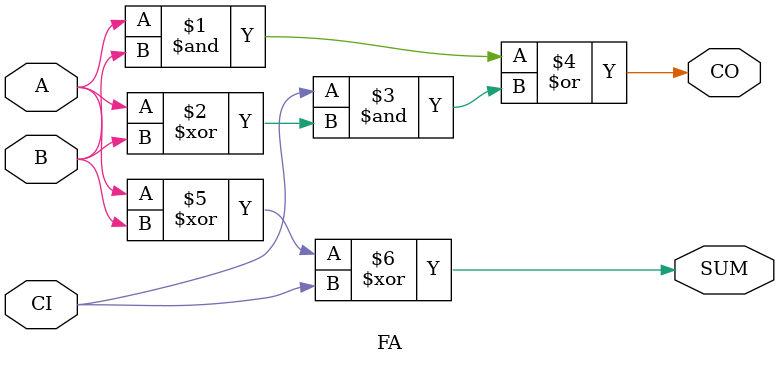
<source format=v>
`default_nettype none
`timescale 1ns / 1ps

module cla_adder(input wire [3:0] A, input wire [3:0] B, input wire CI, output wire CO, output wire [3:0] SUM);
    wire [3:0] propegated, generated;
    wire [3:0] carries;
    assign carries[0] = CI;
    
    //Carry Lookahead Logic
    assign propegated = A ^ B; 
    assign generated = A & B;
    
    assign carries[1] = generated[0] | (propegated[0] & carries[0]);
    assign carries[2] = generated[1] | (propegated[1] & carries[1]);
    assign carries[3] = generated[2] | (propegated[2] & carries[2]);
    assign CO = generated[3] | (propegated[3] & carries[3]);
    
    //Four full adders, using Carry array from CLA logic
    genvar i;
    generate 
        for (i = 0; i < 4; i = i + 1) begin
            FA a(.A(A[i]), .B(B[i]), .CI(carries[i]), .SUM(SUM[i]));
        end
    endgenerate

endmodule 

//Full Adder Module
module FA(input wire A, input wire B, input wire CI, output wire CO, output wire SUM);
    assign CO = (A & B) | (CI & (A ^ B)); 
    assign SUM = A ^ B ^ CI; 
endmodule
</source>
